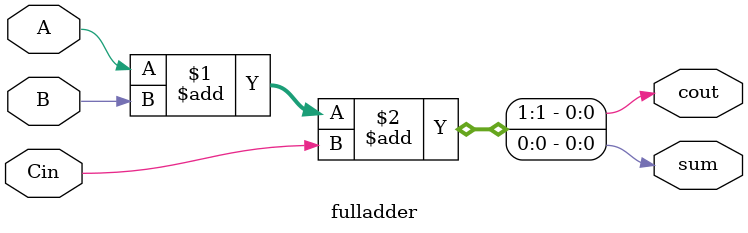
<source format=v>
/*  * Module: CPU.v  
* Project: milestone 2  
* Author: laila khashaba -lailakhashaba@aucegypt.edu
jannah soliman- jannahsoliman9@aucegypt.edu
* Description: full adder 
*  
* Change history: 10/4/23 - added module



               
*  **********************************************************************/

module fulladder(
    input A,
    input B,
    input Cin,
    output cout,
    output sum
    );
    assign {cout,sum}=A+B+Cin;
endmodule

</source>
